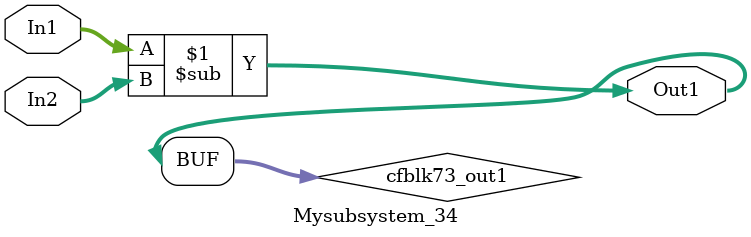
<source format=v>



`timescale 1 ns / 1 ns

module Mysubsystem_34
          (In1,
           In2,
           Out1);


  input   [7:0] In1;  // uint8
  input   [7:0] In2;  // uint8
  output  [7:0] Out1;  // uint8


  wire [7:0] cfblk73_out1;  // uint8


  assign cfblk73_out1 = In1 - In2;



  assign Out1 = cfblk73_out1;

endmodule  // Mysubsystem_34


</source>
